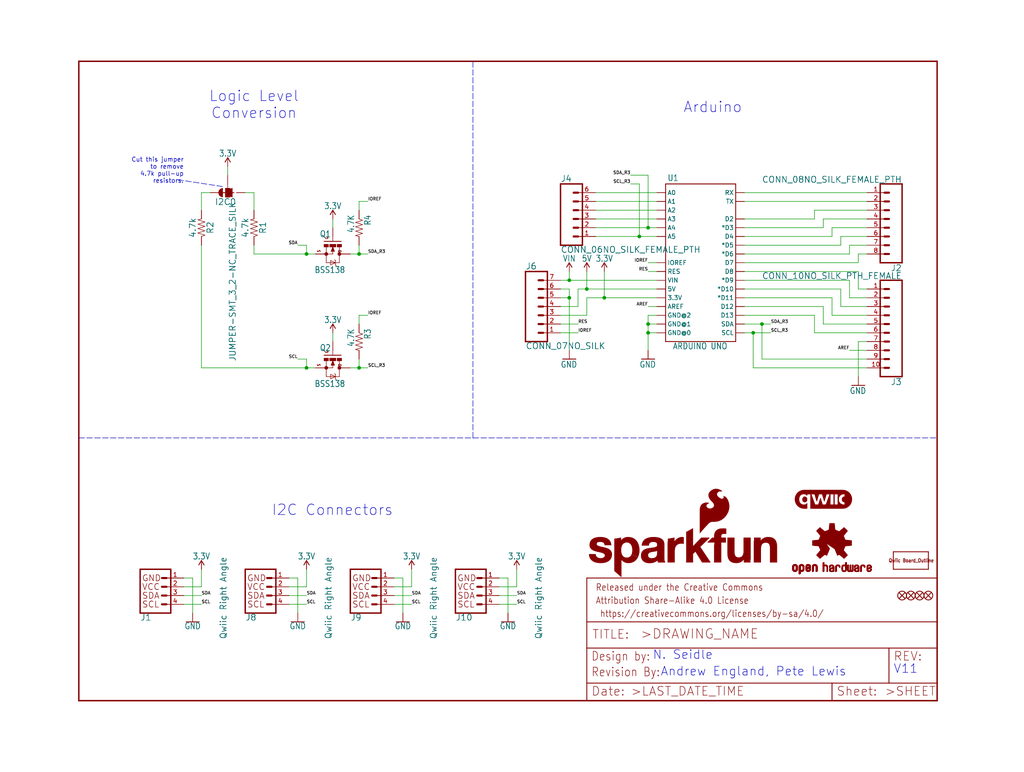
<source format=kicad_sch>
(kicad_sch (version 20211123) (generator eeschema)
  (paper "User" 297.002 223.926)
  (lib_symbols
    (symbol "eagleSchem-eagle-import:3.3V" (power)
      (property "Value" "3.3V" (at 0 2.794 0))
      (symbol "3.3V_1_0"
        (pin power_in line (at 0 0 90) (length 2.54) (name "3.3V") (number "1"))
      )
    )
    (symbol "eagleSchem-eagle-import:4.7KOHM-0603-1{slash}10W-1%"
      (property "Reference" "R" (at 0 1.524 0))
      (property "Value" "4.7KOHM-0603-1{slash}10W-1%" (at 0 -1.524 0))
      (symbol "4.7KOHM-0603-1{slash}10W-1%_1_0"
        (pin passive line (at -5.08 0 0) (length 2.54) (name "1") (number "1"))
        (pin passive line (at 5.08 0 180) (length 2.54) (name "2") (number "2"))
      )
    )
    (symbol "eagleSchem-eagle-import:4.7KOHM-1{slash}10W-1%(0603)"
      (property "Reference" "R" (at -3.81 1.4986 0))
      (property "Value" "4.7KOHM-1{slash}10W-1%(0603)" (at -3.81 -3.302 0))
      (symbol "4.7KOHM-1{slash}10W-1%(0603)_1_0"
        (pin passive line (at -5.08 0 0) (length 2.54) (name "1") (number "1"))
        (pin passive line (at 5.08 0 180) (length 2.54) (name "2") (number "2"))
      )
    )
    (symbol "eagleSchem-eagle-import:5V" (power)
      (property "Value" "5V" (at 0 2.794 0))
      (symbol "5V_1_0"
        (pin power_in line (at 0 0 90) (length 2.54) (name "5V") (number "1"))
      )
    )
    (symbol "eagleSchem-eagle-import:ARDUINO_R3_SHIELDNOLABELS"
      (property "Reference" "J" (at -9.652 21.082 0))
      (property "Value" "ARDUINO_R3_SHIELDNOLABELS" (at -6.35 -27.94 0))
      (symbol "ARDUINO_R3_SHIELDNOLABELS_1_0"
        (pin bidirectional line (at -12.7 -12.7 0) (length 2.54) (name "3.3V") (number "3.3V"))
        (pin bidirectional line (at -12.7 -10.16 0) (length 2.54) (name "5V") (number "5V"))
        (pin bidirectional line (at -12.7 17.78 0) (length 2.54) (name "A0") (number "A0"))
        (pin bidirectional line (at -12.7 15.24 0) (length 2.54) (name "A1") (number "A1"))
        (pin bidirectional line (at -12.7 12.7 0) (length 2.54) (name "A2") (number "A2"))
        (pin bidirectional line (at -12.7 10.16 0) (length 2.54) (name "A3") (number "A3"))
        (pin bidirectional line (at -12.7 7.62 0) (length 2.54) (name "A4") (number "A4"))
        (pin bidirectional line (at -12.7 5.08 0) (length 2.54) (name "A5") (number "A5"))
        (pin bidirectional line (at -12.7 -15.24 0) (length 2.54) (name "AREF") (number "AREF"))
        (pin bidirectional line (at 12.7 -10.16 180) (length 2.54) (name "*D10") (number "D10"))
        (pin bidirectional line (at 12.7 -12.7 180) (length 2.54) (name "*D11") (number "D11"))
        (pin bidirectional line (at 12.7 -15.24 180) (length 2.54) (name "D12") (number "D12"))
        (pin bidirectional line (at 12.7 -17.78 180) (length 2.54) (name "D13") (number "D13"))
        (pin bidirectional line (at 12.7 10.16 180) (length 2.54) (name "D2") (number "D2"))
        (pin bidirectional line (at 12.7 7.62 180) (length 2.54) (name "*D3") (number "D3"))
        (pin bidirectional line (at 12.7 5.08 180) (length 2.54) (name "D4") (number "D4"))
        (pin bidirectional line (at 12.7 2.54 180) (length 2.54) (name "*D5") (number "D5"))
        (pin bidirectional line (at 12.7 0 180) (length 2.54) (name "*D6") (number "D6"))
        (pin bidirectional line (at 12.7 -2.54 180) (length 2.54) (name "D7") (number "D7"))
        (pin bidirectional line (at 12.7 -5.08 180) (length 2.54) (name "D8") (number "D8"))
        (pin bidirectional line (at 12.7 -7.62 180) (length 2.54) (name "*D9") (number "D9"))
        (pin bidirectional line (at -12.7 -22.86 0) (length 2.54) (name "GND@0") (number "GND@0"))
        (pin bidirectional line (at -12.7 -20.32 0) (length 2.54) (name "GND@1") (number "GND@1"))
        (pin bidirectional line (at -12.7 -17.78 0) (length 2.54) (name "GND@2") (number "GND@2"))
        (pin bidirectional line (at -12.7 -2.54 0) (length 2.54) (name "IOREF") (number "IOREF"))
        (pin bidirectional line (at -12.7 -5.08 0) (length 2.54) (name "RES") (number "RES"))
        (pin bidirectional line (at 12.7 17.78 180) (length 2.54) (name "RX") (number "RX"))
        (pin bidirectional line (at 12.7 -22.86 180) (length 2.54) (name "SCL") (number "SCL"))
        (pin bidirectional line (at 12.7 -20.32 180) (length 2.54) (name "SDA") (number "SDA"))
        (pin bidirectional line (at 12.7 15.24 180) (length 2.54) (name "TX") (number "TX"))
        (pin bidirectional line (at -12.7 -7.62 0) (length 2.54) (name "VIN") (number "VIN"))
      )
    )
    (symbol "eagleSchem-eagle-import:CONN_06NO_SILK_FEMALE_PTH"
      (property "Reference" "J" (at -5.08 10.668 0))
      (property "Value" "CONN_06NO_SILK_FEMALE_PTH" (at -5.08 -9.906 0))
      (symbol "CONN_06NO_SILK_FEMALE_PTH_1_0"
        (pin passive line (at 5.08 -5.08 180) (length 5.08) (name "1") (number "1"))
        (pin passive line (at 5.08 -2.54 180) (length 5.08) (name "2") (number "2"))
        (pin passive line (at 5.08 0 180) (length 5.08) (name "3") (number "3"))
        (pin passive line (at 5.08 2.54 180) (length 5.08) (name "4") (number "4"))
        (pin passive line (at 5.08 5.08 180) (length 5.08) (name "5") (number "5"))
        (pin passive line (at 5.08 7.62 180) (length 5.08) (name "6") (number "6"))
      )
    )
    (symbol "eagleSchem-eagle-import:CONN_07NO_SILK"
      (property "Reference" "J" (at -5.08 13.208 0))
      (property "Value" "CONN_07NO_SILK" (at -5.08 -9.906 0))
      (symbol "CONN_07NO_SILK_1_0"
        (pin passive line (at 5.08 -5.08 180) (length 5.08) (name "1") (number "1"))
        (pin passive line (at 5.08 -2.54 180) (length 5.08) (name "2") (number "2"))
        (pin passive line (at 5.08 0 180) (length 5.08) (name "3") (number "3"))
        (pin passive line (at 5.08 2.54 180) (length 5.08) (name "4") (number "4"))
        (pin passive line (at 5.08 5.08 180) (length 5.08) (name "5") (number "5"))
        (pin passive line (at 5.08 7.62 180) (length 5.08) (name "6") (number "6"))
        (pin passive line (at 5.08 10.16 180) (length 5.08) (name "7") (number "7"))
      )
    )
    (symbol "eagleSchem-eagle-import:CONN_08NO_SILK_FEMALE_PTH"
      (property "Reference" "J" (at -5.08 13.208 0))
      (property "Value" "CONN_08NO_SILK_FEMALE_PTH" (at -5.08 -12.446 0))
      (symbol "CONN_08NO_SILK_FEMALE_PTH_1_0"
        (pin passive line (at 5.08 -7.62 180) (length 5.08) (name "1") (number "1"))
        (pin passive line (at 5.08 -5.08 180) (length 5.08) (name "2") (number "2"))
        (pin passive line (at 5.08 -2.54 180) (length 5.08) (name "3") (number "3"))
        (pin passive line (at 5.08 0 180) (length 5.08) (name "4") (number "4"))
        (pin passive line (at 5.08 2.54 180) (length 5.08) (name "5") (number "5"))
        (pin passive line (at 5.08 5.08 180) (length 5.08) (name "6") (number "6"))
        (pin passive line (at 5.08 7.62 180) (length 5.08) (name "7") (number "7"))
        (pin passive line (at 5.08 10.16 180) (length 5.08) (name "8") (number "8"))
      )
    )
    (symbol "eagleSchem-eagle-import:CONN_10NO_SILK_PTH_FEMALE"
      (property "Reference" "J" (at 0 8.128 0))
      (property "Value" "CONN_10NO_SILK_PTH_FEMALE" (at 0 -22.606 0))
      (symbol "CONN_10NO_SILK_PTH_FEMALE_1_0"
        (pin passive line (at 10.16 -17.78 180) (length 5.08) (name "1") (number "1"))
        (pin passive line (at 10.16 5.08 180) (length 5.08) (name "10") (number "10"))
        (pin passive line (at 10.16 -15.24 180) (length 5.08) (name "2") (number "2"))
        (pin passive line (at 10.16 -12.7 180) (length 5.08) (name "3") (number "3"))
        (pin passive line (at 10.16 -10.16 180) (length 5.08) (name "4") (number "4"))
        (pin passive line (at 10.16 -7.62 180) (length 5.08) (name "5") (number "5"))
        (pin passive line (at 10.16 -5.08 180) (length 5.08) (name "6") (number "6"))
        (pin passive line (at 10.16 -2.54 180) (length 5.08) (name "7") (number "7"))
        (pin passive line (at 10.16 0 180) (length 5.08) (name "8") (number "8"))
        (pin passive line (at 10.16 2.54 180) (length 5.08) (name "9") (number "9"))
      )
    )
    (symbol "eagleSchem-eagle-import:FIDUCIAL1X2")
    (symbol "eagleSchem-eagle-import:FRAME-LETTER"
      (symbol "FRAME-LETTER_2_0"
        (text " https://creativecommons.org/licenses/by-sa/4.0/" (at 2.54 24.13 0) (effects (font (size 1.9304 1.6408)) (justify left bottom)))
        (text ">DRAWING_NAME" (at 15.494 17.78 0) (effects (font (size 2.7432 2.7432)) (justify left bottom)))
        (text ">LAST_DATE_TIME" (at 12.7 1.27 0) (effects (font (size 2.54 2.54)) (justify left bottom)))
        (text ">SHEET" (at 86.36 1.27 0) (effects (font (size 2.54 2.54)) (justify left bottom)))
        (text "Attribution Share-Alike 4.0 License" (at 2.54 27.94 0) (effects (font (size 1.9304 1.6408)) (justify left bottom)))
        (text "Date:" (at 1.27 1.27 0) (effects (font (size 2.54 2.54)) (justify left bottom)))
        (text "Design by:" (at 1.27 11.43 0) (effects (font (size 2.54 2.159)) (justify left bottom)))
        (text "Released under the Creative Commons" (at 2.54 31.75 0) (effects (font (size 1.9304 1.6408)) (justify left bottom)))
        (text "REV:" (at 88.9 11.43 0) (effects (font (size 2.54 2.54)) (justify left bottom)))
        (text "Sheet:" (at 72.39 1.27 0) (effects (font (size 2.54 2.54)) (justify left bottom)))
        (text "TITLE:" (at 1.524 17.78 0) (effects (font (size 2.54 2.54)) (justify left bottom)))
      )
    )
    (symbol "eagleSchem-eagle-import:GND" (power)
      (property "Value" "GND" (at 0 -0.254 0))
      (symbol "GND_1_0"
        (pin power_in line (at 0 2.54 270) (length 2.54) (name "GND") (number "1"))
      )
    )
    (symbol "eagleSchem-eagle-import:I2C_STANDARDQWIIC"
      (property "Reference" "J" (at -5.08 7.874 0))
      (property "Value" "I2C_STANDARDQWIIC" (at -5.08 -5.334 0))
      (symbol "I2C_STANDARDQWIIC_1_0"
        (text "GND" (at -4.572 -2.54 0) (effects (font (size 1.778 1.778)) (justify left)))
        (text "SCL" (at -4.572 5.08 0) (effects (font (size 1.778 1.778)) (justify left)))
        (text "SDA" (at -4.572 2.54 0) (effects (font (size 1.778 1.778)) (justify left)))
        (text "VCC" (at -4.572 0 0) (effects (font (size 1.778 1.778)) (justify left)))
        (pin power_in line (at 7.62 -2.54 180) (length 5.08) (name "1") (number "1"))
        (pin power_in line (at 7.62 0 180) (length 5.08) (name "2") (number "2"))
        (pin passive line (at 7.62 2.54 180) (length 5.08) (name "3") (number "3"))
        (pin passive line (at 7.62 5.08 180) (length 5.08) (name "4") (number "4"))
      )
    )
    (symbol "eagleSchem-eagle-import:JUMPER-SMT_3_2-NC_TRACE_SILK"
      (property "Reference" "JP" (at 2.54 0.381 0))
      (property "Value" "JUMPER-SMT_3_2-NC_TRACE_SILK" (at 2.54 -0.381 0))
      (symbol "JUMPER-SMT_3_2-NC_TRACE_SILK_1_0"
        (pin passive line (at 0 5.08 270) (length 2.54) (name "1") (number "1"))
        (pin passive line (at -5.08 0 0) (length 2.54) (name "2") (number "2"))
        (pin passive line (at 0 -5.08 90) (length 2.54) (name "3") (number "3"))
      )
    )
    (symbol "eagleSchem-eagle-import:MOSFET-NCHANNELBSS138"
      (property "Reference" "Q" (at 5.08 2.54 0))
      (property "Value" "MOSFET-NCHANNELBSS138" (at 5.08 0 0))
      (symbol "MOSFET-NCHANNELBSS138_1_0"
        (text "D" (at -1.27 2.54 0) (effects (font (size 0.8128 0.6908)) (justify left bottom)))
        (text "G" (at -5.08 -1.27 0) (effects (font (size 0.8128 0.6908)) (justify left bottom)))
        (text "S" (at -1.27 -3.556 0) (effects (font (size 0.8128 0.6908)) (justify left bottom)))
        (pin passive line (at -7.62 0 0) (length 2.54) (name "G") (number "1"))
        (pin passive line (at 0 -5.08 90) (length 2.54) (name "S") (number "2"))
        (pin passive line (at 0 5.08 270) (length 2.54) (name "D") (number "3"))
      )
    )
    (symbol "eagleSchem-eagle-import:OSHW-LOGOMINI")
    (symbol "eagleSchem-eagle-import:QWIIC_BOARD_OUTLINEH"
      (symbol "QWIIC_BOARD_OUTLINEH_1_0"
        (text "Qwiic Board_Outline" (at 0.127 0 0) (effects (font (size 1.016 0.8636) (thickness 0.1727) bold)))
      )
    )
    (symbol "eagleSchem-eagle-import:QWIIC_LOGO_6MM")
    (symbol "eagleSchem-eagle-import:REVISION"
      (symbol "REVISION_1_0"
        (text "Revision By: " (at 0 0 0) (effects (font (size 2.54 2.159)) (justify left bottom)))
      )
    )
    (symbol "eagleSchem-eagle-import:SFE_LOGO_NAME_FLAME.1_INCH")
    (symbol "eagleSchem-eagle-import:VIN" (power)
      (property "Value" "VIN" (at 0 2.794 0))
      (symbol "VIN_1_0"
        (pin power_in line (at 0 0 90) (length 2.54) (name "VIN") (number "1"))
      )
    )
  )
  (junction (at 187.96 96.52))
  (junction (at 187.96 93.98))
  (junction (at 104.14 106.68))
  (junction (at 170.18 83.82))
  (junction (at 104.14 73.66))
  (junction (at 175.26 86.36))
  (junction (at 88.9 73.66))
  (junction (at 88.9 106.68))
  (junction (at 165.1 81.28))
  (junction (at 220.98 93.98))
  (junction (at 185.42 68.58))
  (junction (at 165.1 86.36))
  (junction (at 218.44 96.52))
  (junction (at 187.96 66.04))
  (wire (pts (xy 162.56 83.82) (xy 165.1 83.82)))
  (wire (pts (xy 88.9 170.18) (xy 88.9 165.1)))
  (wire (pts (xy 236.22 60.96) (xy 251.46 60.96)))
  (wire (pts (xy 104.14 104.14) (xy 104.14 106.68)))
  (wire (pts (xy 91.44 106.68) (xy 88.9 106.68)))
  (wire (pts (xy 88.9 73.66) (xy 88.9 71.12)))
  (wire (pts (xy 215.9 78.74) (xy 248.92 78.74)))
  (wire (pts (xy 88.9 106.68) (xy 58.42 106.68)))
  (wire (pts (xy 215.9 73.66) (xy 246.38 73.66)))
  (wire (pts (xy 190.5 91.44) (xy 187.96 91.44)))
  (wire (pts (xy 170.18 91.44) (xy 162.56 91.44)))
  (wire (pts (xy 243.84 83.82) (xy 243.84 88.9)))
  (wire (pts (xy 190.5 93.98) (xy 187.96 93.98)))
  (wire (pts (xy 236.22 96.52) (xy 251.46 96.52)))
  (wire (pts (xy 187.96 66.04) (xy 190.5 66.04)))
  (wire (pts (xy 241.3 68.58) (xy 241.3 66.04)))
  (wire (pts (xy 96.52 66.04) (xy 96.52 63.5)))
  (wire (pts (xy 86.36 167.64) (xy 86.36 177.8)))
  (wire (pts (xy 218.44 96.52) (xy 223.52 96.52)))
  (wire (pts (xy 248.92 99.06) (xy 248.92 109.22)))
  (wire (pts (xy 104.14 91.44) (xy 106.68 91.44)))
  (wire (pts (xy 215.9 58.42) (xy 251.46 58.42)))
  (wire (pts (xy 104.14 60.96) (xy 104.14 58.42)))
  (wire (pts (xy 88.9 71.12) (xy 86.36 71.12)))
  (wire (pts (xy 53.34 167.64) (xy 55.88 167.64)))
  (wire (pts (xy 238.76 66.04) (xy 238.76 63.5)))
  (wire (pts (xy 53.34 172.72) (xy 58.42 172.72)))
  (wire (pts (xy 167.64 88.9) (xy 162.56 88.9)))
  (wire (pts (xy 215.9 55.88) (xy 251.46 55.88)))
  (wire (pts (xy 53.34 175.26) (xy 58.42 175.26)))
  (wire (pts (xy 215.9 71.12) (xy 243.84 71.12)))
  (wire (pts (xy 114.3 172.72) (xy 119.38 172.72)))
  (wire (pts (xy 190.5 86.36) (xy 175.26 86.36)))
  (wire (pts (xy 172.72 63.5) (xy 190.5 63.5)))
  (wire (pts (xy 190.5 88.9) (xy 187.96 88.9)))
  (wire (pts (xy 220.98 93.98) (xy 220.98 104.14)))
  (wire (pts (xy 248.92 83.82) (xy 251.46 83.82)))
  (wire (pts (xy 172.72 66.04) (xy 187.96 66.04)))
  (wire (pts (xy 246.38 86.36) (xy 251.46 86.36)))
  (wire (pts (xy 185.42 68.58) (xy 185.42 53.34)))
  (wire (pts (xy 58.42 106.68) (xy 58.42 71.12)))
  (wire (pts (xy 175.26 86.36) (xy 170.18 86.36)))
  (wire (pts (xy 220.98 104.14) (xy 251.46 104.14)))
  (wire (pts (xy 104.14 71.12) (xy 104.14 73.66)))
  (wire (pts (xy 83.82 167.64) (xy 86.36 167.64)))
  (wire (pts (xy 215.9 88.9) (xy 238.76 88.9)))
  (wire (pts (xy 248.92 78.74) (xy 248.92 83.82)))
  (wire (pts (xy 165.1 78.74) (xy 165.1 81.28)))
  (wire (pts (xy 119.38 170.18) (xy 119.38 165.1)))
  (wire (pts (xy 58.42 55.88) (xy 60.96 55.88)))
  (wire (pts (xy 167.64 83.82) (xy 167.64 88.9)))
  (wire (pts (xy 58.42 170.18) (xy 58.42 165.1)))
  (wire (pts (xy 83.82 175.26) (xy 88.9 175.26)))
  (wire (pts (xy 190.5 81.28) (xy 165.1 81.28)))
  (polyline (pts (xy 64.516 54.102) (xy 51.308 52.07)))
  (wire (pts (xy 185.42 53.34) (xy 182.88 53.34)))
  (wire (pts (xy 238.76 88.9) (xy 238.76 93.98)))
  (wire (pts (xy 218.44 106.68) (xy 218.44 96.52)))
  (polyline (pts (xy 22.86 127) (xy 137.16 127)))
  (wire (pts (xy 218.44 96.52) (xy 215.9 96.52)))
  (wire (pts (xy 220.98 93.98) (xy 223.52 93.98)))
  (wire (pts (xy 114.3 170.18) (xy 119.38 170.18)))
  (wire (pts (xy 215.9 63.5) (xy 236.22 63.5)))
  (wire (pts (xy 241.3 66.04) (xy 251.46 66.04)))
  (polyline (pts (xy 137.16 127) (xy 271.78 127)))
  (wire (pts (xy 114.3 175.26) (xy 119.38 175.26)))
  (wire (pts (xy 144.78 172.72) (xy 149.86 172.72)))
  (wire (pts (xy 187.96 93.98) (xy 187.96 96.52)))
  (wire (pts (xy 243.84 68.58) (xy 251.46 68.58)))
  (wire (pts (xy 251.46 101.6) (xy 246.38 101.6)))
  (wire (pts (xy 238.76 63.5) (xy 251.46 63.5)))
  (wire (pts (xy 73.66 71.12) (xy 73.66 73.66)))
  (wire (pts (xy 104.14 106.68) (xy 106.68 106.68)))
  (wire (pts (xy 58.42 60.96) (xy 58.42 55.88)))
  (wire (pts (xy 170.18 83.82) (xy 167.64 83.82)))
  (wire (pts (xy 251.46 99.06) (xy 248.92 99.06)))
  (wire (pts (xy 165.1 86.36) (xy 165.1 101.6)))
  (wire (pts (xy 73.66 55.88) (xy 71.12 55.88)))
  (wire (pts (xy 248.92 76.2) (xy 248.92 73.66)))
  (wire (pts (xy 236.22 91.44) (xy 236.22 96.52)))
  (wire (pts (xy 241.3 91.44) (xy 251.46 91.44)))
  (wire (pts (xy 101.6 73.66) (xy 104.14 73.66)))
  (wire (pts (xy 246.38 81.28) (xy 246.38 86.36)))
  (wire (pts (xy 215.9 83.82) (xy 243.84 83.82)))
  (wire (pts (xy 172.72 58.42) (xy 190.5 58.42)))
  (wire (pts (xy 172.72 68.58) (xy 185.42 68.58)))
  (wire (pts (xy 104.14 93.98) (xy 104.14 91.44)))
  (wire (pts (xy 172.72 60.96) (xy 190.5 60.96)))
  (wire (pts (xy 187.96 50.8) (xy 182.88 50.8)))
  (wire (pts (xy 147.32 167.64) (xy 147.32 177.8)))
  (wire (pts (xy 66.04 48.26) (xy 66.04 50.8)))
  (wire (pts (xy 55.88 167.64) (xy 55.88 177.8)))
  (wire (pts (xy 144.78 175.26) (xy 149.86 175.26)))
  (wire (pts (xy 215.9 76.2) (xy 248.92 76.2)))
  (wire (pts (xy 215.9 93.98) (xy 220.98 93.98)))
  (wire (pts (xy 101.6 106.68) (xy 104.14 106.68)))
  (wire (pts (xy 114.3 167.64) (xy 116.84 167.64)))
  (wire (pts (xy 190.5 83.82) (xy 170.18 83.82)))
  (wire (pts (xy 238.76 93.98) (xy 251.46 93.98)))
  (wire (pts (xy 144.78 170.18) (xy 149.86 170.18)))
  (wire (pts (xy 162.56 86.36) (xy 165.1 86.36)))
  (wire (pts (xy 215.9 68.58) (xy 241.3 68.58)))
  (wire (pts (xy 185.42 68.58) (xy 190.5 68.58)))
  (wire (pts (xy 215.9 66.04) (xy 238.76 66.04)))
  (wire (pts (xy 96.52 99.06) (xy 96.52 96.52)))
  (wire (pts (xy 190.5 78.74) (xy 187.96 78.74)))
  (wire (pts (xy 91.44 73.66) (xy 88.9 73.66)))
  (wire (pts (xy 104.14 58.42) (xy 106.68 58.42)))
  (wire (pts (xy 149.86 170.18) (xy 149.86 165.1)))
  (wire (pts (xy 83.82 172.72) (xy 88.9 172.72)))
  (wire (pts (xy 215.9 86.36) (xy 241.3 86.36)))
  (wire (pts (xy 53.34 170.18) (xy 58.42 170.18)))
  (wire (pts (xy 165.1 81.28) (xy 162.56 81.28)))
  (wire (pts (xy 251.46 106.68) (xy 218.44 106.68)))
  (wire (pts (xy 88.9 104.14) (xy 86.36 104.14)))
  (wire (pts (xy 165.1 83.82) (xy 165.1 86.36)))
  (wire (pts (xy 246.38 73.66) (xy 246.38 71.12)))
  (wire (pts (xy 73.66 60.96) (xy 73.66 55.88)))
  (wire (pts (xy 170.18 86.36) (xy 170.18 91.44)))
  (polyline (pts (xy 137.16 127) (xy 137.16 17.78)))
  (wire (pts (xy 104.14 73.66) (xy 106.68 73.66)))
  (wire (pts (xy 83.82 170.18) (xy 88.9 170.18)))
  (wire (pts (xy 243.84 71.12) (xy 243.84 68.58)))
  (wire (pts (xy 162.56 93.98) (xy 167.64 93.98)))
  (wire (pts (xy 172.72 55.88) (xy 190.5 55.88)))
  (wire (pts (xy 175.26 78.74) (xy 175.26 86.36)))
  (wire (pts (xy 88.9 73.66) (xy 73.66 73.66)))
  (wire (pts (xy 170.18 83.82) (xy 170.18 78.74)))
  (wire (pts (xy 246.38 71.12) (xy 251.46 71.12)))
  (wire (pts (xy 215.9 81.28) (xy 246.38 81.28)))
  (wire (pts (xy 116.84 167.64) (xy 116.84 177.8)))
  (wire (pts (xy 187.96 96.52) (xy 187.96 101.6)))
  (wire (pts (xy 190.5 96.52) (xy 187.96 96.52)))
  (wire (pts (xy 248.92 73.66) (xy 251.46 73.66)))
  (wire (pts (xy 187.96 66.04) (xy 187.96 50.8)))
  (wire (pts (xy 187.96 91.44) (xy 187.96 93.98)))
  (wire (pts (xy 190.5 76.2) (xy 187.96 76.2)))
  (wire (pts (xy 241.3 86.36) (xy 241.3 91.44)))
  (wire (pts (xy 162.56 96.52) (xy 167.64 96.52)))
  (wire (pts (xy 236.22 63.5) (xy 236.22 60.96)))
  (wire (pts (xy 243.84 88.9) (xy 251.46 88.9)))
  (wire (pts (xy 215.9 91.44) (xy 236.22 91.44)))
  (wire (pts (xy 144.78 167.64) (xy 147.32 167.64)))
  (wire (pts (xy 88.9 106.68) (xy 88.9 104.14)))
  (text "N. Seidle" (at 189.23 191.516 180) (effects (font (size 2.54 2.54)) (justify left bottom)))
  (text "Arduino" (at 198.12 33.02 180) (effects (font (size 3.048 3.048)) (justify left bottom)))
  (text "Andrew England, Pete Lewis" (at 191.516 196.342 180) (effects (font (size 2.54 2.54)) (justify left bottom)))
  (text "Cut this jumper\nto remove\n4.7k pull-up\nresistors." (at 53.34 49.53 180) (effects (font (size 1.27 1.27)) (justify right)))
  (text "V11" (at 259.08 195.58 180) (effects (font (size 2.54 2.54)) (justify left bottom)))
  (text "I2C Connectors" (at 78.74 149.86 180) (effects (font (size 3.048 3.048)) (justify left bottom)))
  (text "Logic Level\nConversion" (at 73.66 30.48 180) (effects (font (size 3.048 3.048))))
  (label "SCL" (at 88.9 175.26 0) (effects (font (size 0.889 0.889))))
  (label "IOREF" (at 106.68 58.42 0) (effects (font (size 0.889 0.889))))
  (label "IOREF" (at 106.68 91.44 0) (effects (font (size 0.889 0.889))))
  (label "SDA" (at 149.86 172.72 0) (effects (font (size 0.889 0.889))))
  (label "SDA" (at 86.36 71.12 180) (effects (font (size 0.889 0.889))))
  (label "SDA_R3" (at 106.68 73.66 0) (effects (font (size 0.889 0.889))))
  (label "SCL_R3" (at 182.88 53.34 180) (effects (font (size 0.889 0.889))))
  (label "SCL" (at 119.38 175.26 0) (effects (font (size 0.889 0.889))))
  (label "SCL" (at 149.86 175.26 0) (effects (font (size 0.889 0.889))))
  (label "RES" (at 187.96 78.74 180) (effects (font (size 0.889 0.889))))
  (label "SCL_R3" (at 106.68 106.68 0) (effects (font (size 0.889 0.889))))
  (label "SDA" (at 88.9 172.72 0) (effects (font (size 0.889 0.889))))
  (label "SCL_R3" (at 223.52 96.52 0) (effects (font (size 0.889 0.889))))
  (label "IOREF" (at 167.64 96.52 0) (effects (font (size 0.889 0.889))))
  (label "SDA" (at 119.38 172.72 0) (effects (font (size 0.889 0.889))))
  (label "AREF" (at 187.96 88.9 180) (effects (font (size 0.889 0.889))))
  (label "SCL" (at 58.42 175.26 0) (effects (font (size 0.889 0.889))))
  (label "RES" (at 167.64 93.98 0) (effects (font (size 0.889 0.889))))
  (label "IOREF" (at 187.96 76.2 180) (effects (font (size 0.889 0.889))))
  (label "SDA" (at 58.42 172.72 0) (effects (font (size 0.889 0.889))))
  (label "SDA_R3" (at 182.88 50.8 180) (effects (font (size 0.889 0.889))))
  (label "SCL" (at 86.36 104.14 180) (effects (font (size 0.889 0.889))))
  (label "AREF" (at 246.38 101.6 180) (effects (font (size 0.889 0.889))))
  (label "SDA_R3" (at 223.52 93.98 0) (effects (font (size 0.889 0.889))))
  (symbol (lib_id "eagleSchem-eagle-import:FIDUCIAL1X2") (at 261.62 172.72 0) (unit 1)
    (property "Reference" "FD4" (effects hide))
    (property "Value" "FIDUCIAL1X2" (effects hide))
    (property "Footprint" "eagleSchem:FIDUCIAL-1X2" (effects hide))
  )
  (symbol (lib_id "eagleSchem-eagle-import:4.7KOHM-0603-1{slash}10W-1%") (at 58.42 66.04 270) (mirror x) (unit 1)
    (property "Reference" "R2" (at 59.944 66.04 0) (effects (font (size 1.778 1.778)) (justify bottom)))
    (property "Value" "4.7k" (at 56.896 66.04 0) (effects (font (size 1.778 1.778)) (justify top)))
    (property "Footprint" "eagleSchem:0603" (effects hide))
  )
  (symbol (lib_id "eagleSchem-eagle-import:4.7KOHM-0603-1{slash}10W-1%") (at 73.66 66.04 270) (mirror x) (unit 1)
    (property "Reference" "R1" (at 75.184 66.04 0) (effects (font (size 1.778 1.778)) (justify bottom)))
    (property "Value" "4.7k" (at 72.136 66.04 0) (effects (font (size 1.778 1.778)) (justify top)))
    (property "Footprint" "eagleSchem:0603" (effects hide))
  )
  (symbol (lib_id "eagleSchem-eagle-import:GND") (at 248.92 111.76 0) (unit 1)
    (property "Reference" "#GND3" (effects hide))
    (property "Value" "GND" (at 246.38 114.3 0) (effects (font (size 1.778 1.5113)) (justify left bottom)))
    (property "Footprint" "eagleSchem:" (effects hide))
  )
  (symbol (lib_id "eagleSchem-eagle-import:CONN_06NO_SILK_FEMALE_PTH") (at 167.64 63.5 0) (unit 1)
    (property "Reference" "J4" (at 162.56 52.832 0) (effects (font (size 1.778 1.778)) (justify left bottom)))
    (property "Value" "CONN_06NO_SILK_FEMALE_PTH" (at 162.56 73.406 0) (effects (font (size 1.778 1.778)) (justify left bottom)))
    (property "Footprint" "eagleSchem:1X06_NO_SILK" (effects hide))
  )
  (symbol (lib_id "eagleSchem-eagle-import:GND") (at 165.1 104.14 0) (unit 1)
    (property "Reference" "#GND4" (effects hide))
    (property "Value" "GND" (at 162.56 106.68 0) (effects (font (size 1.778 1.5113)) (justify left bottom)))
    (property "Footprint" "eagleSchem:" (effects hide))
  )
  (symbol (lib_id "eagleSchem-eagle-import:3.3V") (at 175.26 78.74 0) (unit 1)
    (property "Reference" "#SUPPLY4" (effects hide))
    (property "Value" "3.3V" (at 175.26 75.946 0) (effects (font (size 1.778 1.5113)) (justify bottom)))
    (property "Footprint" "eagleSchem:" (effects hide))
  )
  (symbol (lib_id "eagleSchem-eagle-import:SFE_LOGO_NAME_FLAME.1_INCH") (at 170.18 167.64 0) (unit 1)
    (property "Reference" "U$2" (effects hide))
    (property "Value" "SFE_LOGO_NAME_FLAME.1_INCH" (effects hide))
    (property "Footprint" "eagleSchem:SFE_LOGO_NAME_FLAME_.1" (effects hide))
  )
  (symbol (lib_id "eagleSchem-eagle-import:GND") (at 147.32 180.34 0) (unit 1)
    (property "Reference" "#GND7" (effects hide))
    (property "Value" "GND" (at 147.32 180.594 0) (effects (font (size 1.778 1.5113)) (justify top)))
    (property "Footprint" "eagleSchem:" (effects hide))
  )
  (symbol (lib_id "eagleSchem-eagle-import:MOSFET-NCHANNELBSS138") (at 96.52 106.68 270) (unit 1)
    (property "Reference" "Q2" (at 92.71 101.854 90) (effects (font (size 1.778 1.5113)) (justify left bottom)))
    (property "Value" "BSS138" (at 91.186 112.268 90) (effects (font (size 1.778 1.5113)) (justify left bottom)))
    (property "Footprint" "eagleSchem:SOT23-3" (effects hide))
  )
  (symbol (lib_id "eagleSchem-eagle-import:5V") (at 170.18 78.74 0) (unit 1)
    (property "Reference" "#SUPPLY10" (effects hide))
    (property "Value" "5V" (at 170.18 75.946 0) (effects (font (size 1.778 1.5113)) (justify bottom)))
    (property "Footprint" "eagleSchem:" (effects hide))
  )
  (symbol (lib_id "eagleSchem-eagle-import:FIDUCIAL1X2") (at 266.7 172.72 0) (unit 1)
    (property "Reference" "FD3" (effects hide))
    (property "Value" "FIDUCIAL1X2" (effects hide))
    (property "Footprint" "eagleSchem:FIDUCIAL-1X2" (effects hide))
  )
  (symbol (lib_id "eagleSchem-eagle-import:QWIIC_BOARD_OUTLINEH") (at 264.16 162.56 0) (unit 1)
    (property "Reference" "U$3" (effects hide))
    (property "Value" "QWIIC_BOARD_OUTLINEH" (effects hide))
    (property "Footprint" "eagleSchem:QWIIC_BOARD_MOUNT_HOLES" (effects hide))
  )
  (symbol (lib_id "eagleSchem-eagle-import:GND") (at 55.88 180.34 0) (unit 1)
    (property "Reference" "#GND2" (effects hide))
    (property "Value" "GND" (at 55.88 180.594 0) (effects (font (size 1.778 1.5113)) (justify top)))
    (property "Footprint" "eagleSchem:" (effects hide))
  )
  (symbol (lib_id "eagleSchem-eagle-import:3.3V") (at 96.52 63.5 0) (unit 1)
    (property "Reference" "#SUPPLY7" (effects hide))
    (property "Value" "3.3V" (at 96.52 60.706 0) (effects (font (size 1.778 1.5113)) (justify bottom)))
    (property "Footprint" "eagleSchem:" (effects hide))
  )
  (symbol (lib_id "eagleSchem-eagle-import:GND") (at 116.84 180.34 0) (unit 1)
    (property "Reference" "#GND6" (effects hide))
    (property "Value" "GND" (at 116.84 180.594 0) (effects (font (size 1.778 1.5113)) (justify top)))
    (property "Footprint" "eagleSchem:" (effects hide))
  )
  (symbol (lib_id "eagleSchem-eagle-import:3.3V") (at 88.9 165.1 0) (unit 1)
    (property "Reference" "#SUPPLY3" (effects hide))
    (property "Value" "3.3V" (at 88.9 162.306 0) (effects (font (size 1.778 1.5113)) (justify bottom)))
    (property "Footprint" "eagleSchem:" (effects hide))
  )
  (symbol (lib_id "eagleSchem-eagle-import:I2C_STANDARDQWIIC") (at 76.2 170.18 0) (mirror x) (unit 1)
    (property "Reference" "J8" (at 71.12 178.054 0) (effects (font (size 1.778 1.778)) (justify left bottom)))
    (property "Value" "Qwiic Right Angle" (at 96.266 185.42 90) (effects (font (size 1.778 1.778)) (justify right bottom)))
    (property "Footprint" "eagleSchem:1X04_1MM_RA" (effects hide))
  )
  (symbol (lib_id "eagleSchem-eagle-import:3.3V") (at 96.52 96.52 0) (unit 1)
    (property "Reference" "#SUPPLY6" (effects hide))
    (property "Value" "3.3V" (at 96.52 93.726 0) (effects (font (size 1.778 1.5113)) (justify bottom)))
    (property "Footprint" "eagleSchem:" (effects hide))
  )
  (symbol (lib_id "eagleSchem-eagle-import:FIDUCIAL1X2") (at 269.24 172.72 0) (unit 1)
    (property "Reference" "FD2" (effects hide))
    (property "Value" "FIDUCIAL1X2" (effects hide))
    (property "Footprint" "eagleSchem:FIDUCIAL-1X2" (effects hide))
  )
  (symbol (lib_id "eagleSchem-eagle-import:3.3V") (at 149.86 165.1 0) (unit 1)
    (property "Reference" "#SUPPLY11" (effects hide))
    (property "Value" "3.3V" (at 149.86 162.306 0) (effects (font (size 1.778 1.5113)) (justify bottom)))
    (property "Footprint" "eagleSchem:" (effects hide))
  )
  (symbol (lib_id "eagleSchem-eagle-import:MOSFET-NCHANNELBSS138") (at 96.52 73.66 270) (unit 1)
    (property "Reference" "Q1" (at 92.71 68.834 90) (effects (font (size 1.778 1.5113)) (justify left bottom)))
    (property "Value" "BSS138" (at 91.186 79.248 90) (effects (font (size 1.778 1.5113)) (justify left bottom)))
    (property "Footprint" "eagleSchem:SOT23-3" (effects hide))
  )
  (symbol (lib_id "eagleSchem-eagle-import:ARDUINO_R3_SHIELDNOLABELS") (at 203.2 73.66 0) (unit 1)
    (property "Reference" "U1" (at 193.548 52.578 0) (effects (font (size 1.778 1.5113)) (justify left bottom)))
    (property "Value" "ARDUINO UNO" (at 195.072 101.346 0) (effects (font (size 1.778 1.5113)) (justify left bottom)))
    (property "Footprint" "eagleSchem:UNO_R3_SHIELD_NOLABELS" (effects hide))
  )
  (symbol (lib_id "eagleSchem-eagle-import:I2C_STANDARDQWIIC") (at 45.72 170.18 0) (mirror x) (unit 1)
    (property "Reference" "J1" (at 40.64 178.054 0) (effects (font (size 1.778 1.778)) (justify left bottom)))
    (property "Value" "Qwiic Right Angle" (at 65.786 185.42 90) (effects (font (size 1.778 1.778)) (justify right bottom)))
    (property "Footprint" "eagleSchem:1X04_1MM_RA" (effects hide))
  )
  (symbol (lib_id "eagleSchem-eagle-import:3.3V") (at 58.42 165.1 0) (unit 1)
    (property "Reference" "#SUPPLY5" (effects hide))
    (property "Value" "3.3V" (at 58.42 162.306 0) (effects (font (size 1.778 1.5113)) (justify bottom)))
    (property "Footprint" "eagleSchem:" (effects hide))
  )
  (symbol (lib_id "eagleSchem-eagle-import:FRAME-LETTER") (at 170.18 203.2 0) (unit 2)
    (property "Reference" "FRAME1" (effects hide))
    (property "Value" "FRAME-LETTER" (effects hide))
    (property "Footprint" "eagleSchem:CREATIVE_COMMONS" (effects hide))
  )
  (symbol (lib_id "eagleSchem-eagle-import:GND") (at 187.96 104.14 0) (unit 1)
    (property "Reference" "#GND1" (effects hide))
    (property "Value" "GND" (at 185.42 106.68 0) (effects (font (size 1.778 1.5113)) (justify left bottom)))
    (property "Footprint" "eagleSchem:" (effects hide))
  )
  (symbol (lib_id "eagleSchem-eagle-import:I2C_STANDARDQWIIC") (at 137.16 170.18 0) (mirror x) (unit 1)
    (property "Reference" "J10" (at 132.08 178.054 0) (effects (font (size 1.778 1.778)) (justify left bottom)))
    (property "Value" "Qwiic Right Angle" (at 157.226 185.42 90) (effects (font (size 1.778 1.778)) (justify right bottom)))
    (property "Footprint" "eagleSchem:1X04_1MM_RA" (effects hide))
  )
  (symbol (lib_id "eagleSchem-eagle-import:CONN_07NO_SILK") (at 157.48 91.44 0) (unit 1)
    (property "Reference" "J6" (at 152.4 78.232 0) (effects (font (size 1.778 1.778)) (justify left bottom)))
    (property "Value" "CONN_07NO_SILK" (at 152.4 101.346 0) (effects (font (size 1.778 1.778)) (justify left bottom)))
    (property "Footprint" "eagleSchem:1X07_NO_SILK" (effects hide))
  )
  (symbol (lib_id "eagleSchem-eagle-import:VIN") (at 165.1 78.74 0) (unit 1)
    (property "Reference" "#SUPPLY8" (effects hide))
    (property "Value" "VIN" (at 165.1 75.946 0) (effects (font (size 1.778 1.5113)) (justify bottom)))
    (property "Footprint" "eagleSchem:" (effects hide))
  )
  (symbol (lib_id "eagleSchem-eagle-import:3.3V") (at 119.38 165.1 0) (unit 1)
    (property "Reference" "#SUPPLY9" (effects hide))
    (property "Value" "3.3V" (at 119.38 162.306 0) (effects (font (size 1.778 1.5113)) (justify bottom)))
    (property "Footprint" "eagleSchem:" (effects hide))
  )
  (symbol (lib_id "eagleSchem-eagle-import:GND") (at 86.36 180.34 0) (unit 1)
    (property "Reference" "#GND5" (effects hide))
    (property "Value" "GND" (at 86.36 180.594 0) (effects (font (size 1.778 1.5113)) (justify top)))
    (property "Footprint" "eagleSchem:" (effects hide))
  )
  (symbol (lib_id "eagleSchem-eagle-import:CONN_08NO_SILK_FEMALE_PTH") (at 256.54 63.5 180) (unit 1)
    (property "Reference" "J2" (at 261.62 76.708 0) (effects (font (size 1.778 1.778)) (justify left bottom)))
    (property "Value" "CONN_08NO_SILK_FEMALE_PTH" (at 261.62 51.054 0) (effects (font (size 1.778 1.778)) (justify left bottom)))
    (property "Footprint" "eagleSchem:1X08_NO_SILK" (effects hide))
  )
  (symbol (lib_id "eagleSchem-eagle-import:4.7KOHM-1{slash}10W-1%(0603)") (at 104.14 66.04 270) (unit 1)
    (property "Reference" "R4" (at 105.6386 62.23 0) (effects (font (size 1.778 1.5113)) (justify left bottom)))
    (property "Value" "4.7K" (at 100.838 62.23 0) (effects (font (size 1.778 1.5113)) (justify left bottom)))
    (property "Footprint" "eagleSchem:0603-RES" (effects hide))
  )
  (symbol (lib_id "eagleSchem-eagle-import:FIDUCIAL1X2") (at 264.16 172.72 0) (unit 1)
    (property "Reference" "FD1" (effects hide))
    (property "Value" "FIDUCIAL1X2" (effects hide))
    (property "Footprint" "eagleSchem:FIDUCIAL-1X2" (effects hide))
  )
  (symbol (lib_id "eagleSchem-eagle-import:4.7KOHM-1{slash}10W-1%(0603)") (at 104.14 99.06 270) (unit 1)
    (property "Reference" "R3" (at 105.6386 95.25 0) (effects (font (size 1.778 1.5113)) (justify left bottom)))
    (property "Value" "4.7K" (at 100.838 95.25 0) (effects (font (size 1.778 1.5113)) (justify left bottom)))
    (property "Footprint" "eagleSchem:0603-RES" (effects hide))
  )
  (symbol (lib_id "eagleSchem-eagle-import:3.3V") (at 66.04 48.26 0) (mirror y) (unit 1)
    (property "Reference" "#SUPPLY18" (effects hide))
    (property "Value" "3.3V" (at 66.04 45.466 0) (effects (font (size 1.778 1.5113)) (justify bottom)))
    (property "Footprint" "eagleSchem:" (effects hide))
  )
  (symbol (lib_id "eagleSchem-eagle-import:CONN_10NO_SILK_PTH_FEMALE") (at 261.62 101.6 180) (unit 1)
    (property "Reference" "J3" (at 261.62 109.728 0) (effects (font (size 1.778 1.778)) (justify left bottom)))
    (property "Value" "CONN_10NO_SILK_PTH_FEMALE" (at 261.62 78.994 0) (effects (font (size 1.778 1.778)) (justify left bottom)))
    (property "Footprint" "eagleSchem:1X10_NO_SILK" (effects hide))
  )
  (symbol (lib_id "eagleSchem-eagle-import:I2C_STANDARDQWIIC") (at 106.68 170.18 0) (mirror x) (unit 1)
    (property "Reference" "J9" (at 101.6 178.054 0) (effects (font (size 1.778 1.778)) (justify left bottom)))
    (property "Value" "Qwiic Right Angle" (at 126.746 185.42 90) (effects (font (size 1.778 1.778)) (justify right bottom)))
    (property "Footprint" "eagleSchem:1X04_1MM_RA" (effects hide))
  )
  (symbol (lib_id "eagleSchem-eagle-import:OSHW-LOGOMINI") (at 241.3 157.48 0) (unit 1)
    (property "Reference" "LOGO1" (effects hide))
    (property "Value" "OSHW-LOGOMINI" (effects hide))
    (property "Footprint" "eagleSchem:OSHW-LOGO-MINI" (effects hide))
  )
  (symbol (lib_id "eagleSchem-eagle-import:JUMPER-SMT_3_2-NC_TRACE_SILK") (at 66.04 55.88 90) (mirror x) (unit 1)
    (property "Reference" "I2C0" (at 68.58 59.563 90) (effects (font (size 1.778 1.778)) (justify left bottom)))
    (property "Value" "JUMPER-SMT_3_2-NC_TRACE_SILK" (at 66.421 58.42 0) (effects (font (size 1.778 1.778)) (justify left top)))
    (property "Footprint" "eagleSchem:SMT-JUMPER_3_2-NC_TRACE_SILK" (effects hide))
  )
  (symbol (lib_id "eagleSchem-eagle-import:REVISION") (at 171.45 196.342 0) (unit 1)
    (property "Reference" "LOGO2" (effects hide))
    (property "Value" "REVISION" (effects hide))
    (property "Footprint" "eagleSchem:REVISION" (effects hide))
  )
  (symbol (lib_id "eagleSchem-eagle-import:FRAME-LETTER") (at 22.86 203.2 0) (unit 1)
    (property "Reference" "FRAME1" (effects hide))
    (property "Value" "FRAME-LETTER" (effects hide))
    (property "Footprint" "eagleSchem:CREATIVE_COMMONS" (effects hide))
  )
  (symbol (lib_id "eagleSchem-eagle-import:QWIIC_LOGO_6MM") (at 238.76 144.78 0) (unit 1)
    (property "Reference" "LOGO3" (effects hide))
    (property "Value" "QWIIC_LOGO_6MM" (effects hide))
    (property "Footprint" "eagleSchem:QWIIC_6MM" (effects hide))
  )
)
</source>
